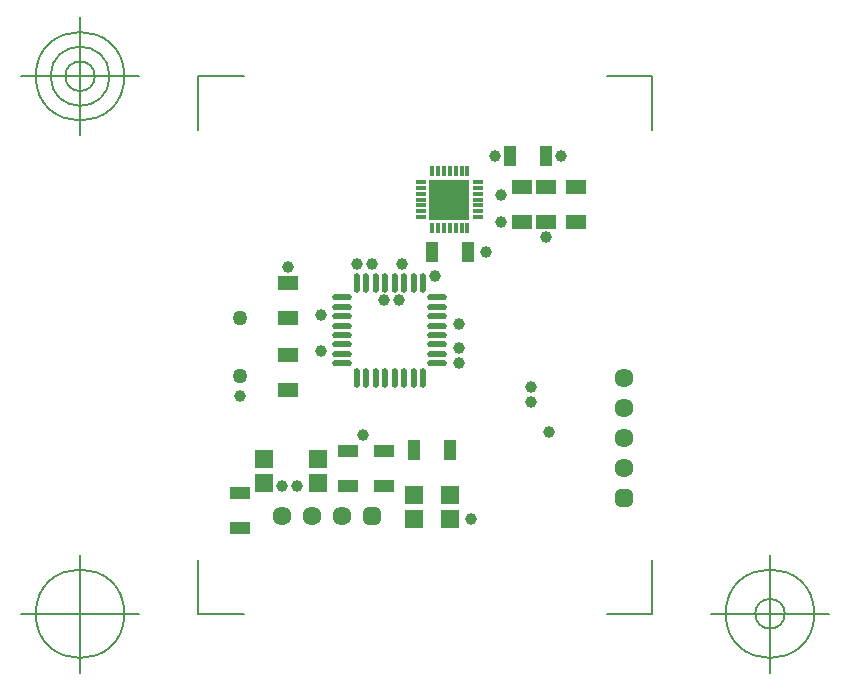
<source format=gbr>
G04 Generated by Ultiboard 14.1 *
%FSLAX34Y34*%
%MOMM*%

%ADD10C,0.0001*%
%ADD11C,0.1270*%
%ADD12C,1.0000*%
%ADD13R,1.8000X1.1500*%
%ADD14C,1.2700*%
%ADD15O,0.5400X1.7000*%
%ADD16O,1.7000X0.5400*%
%ADD17R,1.0500X1.7500*%
%ADD18R,0.3000X0.9500*%
%ADD19R,0.9500X0.3000*%
%ADD20R,3.3500X3.3500*%
%ADD21R,1.5000X1.5000*%
%ADD22R,1.7500X1.0500*%
%ADD23C,1.6088*%
%ADD24R,0.5291X0.5291*%
%ADD25C,0.9949*%


G04 ColorRGB FF00CC for the following layer *
%LNSolder Mask Top*%
%LPD*%
G54D10*
G54D11*
X71305Y-11446D02*
X71305Y34063D01*
X71305Y-11446D02*
X109720Y-11446D01*
X455459Y-11446D02*
X417043Y-11446D01*
X455459Y-11446D02*
X455459Y34063D01*
X455459Y443652D02*
X455459Y398143D01*
X455459Y443652D02*
X417043Y443652D01*
X71305Y443652D02*
X109720Y443652D01*
X71305Y443652D02*
X71305Y398143D01*
X21305Y-11446D02*
X-78695Y-11446D01*
X-28695Y-61446D02*
X-28695Y38554D01*
X-66195Y-11446D02*
G75*
D01*
G02X-66195Y-11446I37500J0*
G01*
X505459Y-11446D02*
X605459Y-11446D01*
X555459Y-61446D02*
X555459Y38554D01*
X517959Y-11446D02*
G75*
D01*
G02X517959Y-11446I37500J0*
G01*
X542959Y-11446D02*
G75*
D01*
G02X542959Y-11446I12500J0*
G01*
X21305Y443652D02*
X-78695Y443652D01*
X-28695Y393652D02*
X-28695Y493652D01*
X-66195Y443652D02*
G75*
D01*
G02X-66195Y443652I37500J0*
G01*
X-53695Y443652D02*
G75*
D01*
G02X-53695Y443652I25000J0*
G01*
X-41195Y443652D02*
G75*
D01*
G02X-41195Y443652I12500J0*
G01*
G54D12*
X106680Y172720D03*
X327660Y320040D03*
X365760Y307340D03*
X327660Y342900D03*
X353060Y167640D03*
X210820Y139700D03*
X147320Y281940D03*
X175260Y210820D03*
X378460Y375920D03*
X322580Y375920D03*
X314960Y294640D03*
X175260Y241300D03*
X368300Y142240D03*
X292100Y200660D03*
X271780Y274320D03*
X292100Y233680D03*
X292100Y213360D03*
X302260Y68580D03*
X142240Y96520D03*
X154940Y96520D03*
X205740Y284480D03*
X218440Y284480D03*
X243840Y284480D03*
X241300Y254000D03*
X228600Y254000D03*
X353060Y180340D03*
G54D13*
X147320Y178040D03*
X147320Y208040D03*
X147320Y239000D03*
X147320Y269000D03*
X345440Y320280D03*
X345440Y350280D03*
X365760Y320280D03*
X365760Y350280D03*
X391160Y320280D03*
X391160Y350280D03*
G54D14*
X106680Y238760D03*
X106680Y190077D03*
G54D15*
X221680Y188350D03*
X213680Y188350D03*
X205680Y188350D03*
X229680Y188350D03*
X237680Y188350D03*
X245680Y188350D03*
X261680Y188350D03*
X253680Y188350D03*
X221680Y268850D03*
X213680Y268850D03*
X205680Y268850D03*
X229680Y268850D03*
X237680Y268850D03*
X245680Y268850D03*
X261680Y268850D03*
X253680Y268850D03*
G54D16*
X193430Y200600D03*
X273930Y200600D03*
X193430Y216600D03*
X193430Y208600D03*
X273930Y216600D03*
X273930Y208600D03*
X193430Y232600D03*
X193430Y224600D03*
X193430Y240600D03*
X273930Y232600D03*
X273930Y224600D03*
X273930Y240600D03*
X193430Y256600D03*
X193430Y248600D03*
X273930Y256600D03*
X273930Y248600D03*
G54D17*
X269480Y294640D03*
X299480Y294640D03*
X335520Y375920D03*
X365520Y375920D03*
X254240Y127000D03*
X284240Y127000D03*
G54D18*
X269320Y315220D03*
X274320Y315220D03*
X279320Y315220D03*
X284320Y315220D03*
X289320Y315220D03*
X294320Y315220D03*
X299280Y315220D03*
X274320Y363220D03*
X269320Y363220D03*
X279320Y363220D03*
X284320Y363220D03*
X289320Y363220D03*
X294320Y363220D03*
X299280Y363220D03*
G54D19*
X260320Y339220D03*
X260320Y329220D03*
X260320Y334220D03*
X260320Y324220D03*
X308320Y339220D03*
X308320Y329220D03*
X308320Y334220D03*
X308320Y324220D03*
X260320Y349220D03*
X260320Y354220D03*
X260320Y344220D03*
X308320Y349220D03*
X308320Y354220D03*
X308320Y344220D03*
G54D20*
X284030Y339220D03*
G54D21*
X254000Y88900D03*
X254000Y68900D03*
X284480Y68900D03*
X284480Y88900D03*
X127000Y119380D03*
X127000Y99380D03*
X172720Y119380D03*
X172720Y99380D03*
G54D22*
X228600Y96760D03*
X228600Y126760D03*
X106680Y61200D03*
X106680Y91200D03*
X198120Y96760D03*
X198120Y126760D03*
G54D23*
X431800Y187960D03*
X431800Y137160D03*
X431800Y111760D03*
X431800Y162560D03*
X142240Y71120D03*
X193040Y71120D03*
X167640Y71120D03*
G54D24*
X431800Y86360D03*
X218440Y71120D03*
G54D25*
X429155Y83715D02*
X434445Y83715D01*
X434445Y89005D01*
X429155Y89005D01*
X429155Y83715D01*D02*
X215795Y68475D02*
X221085Y68475D01*
X221085Y73765D01*
X215795Y73765D01*
X215795Y68475D01*D02*

M02*

</source>
